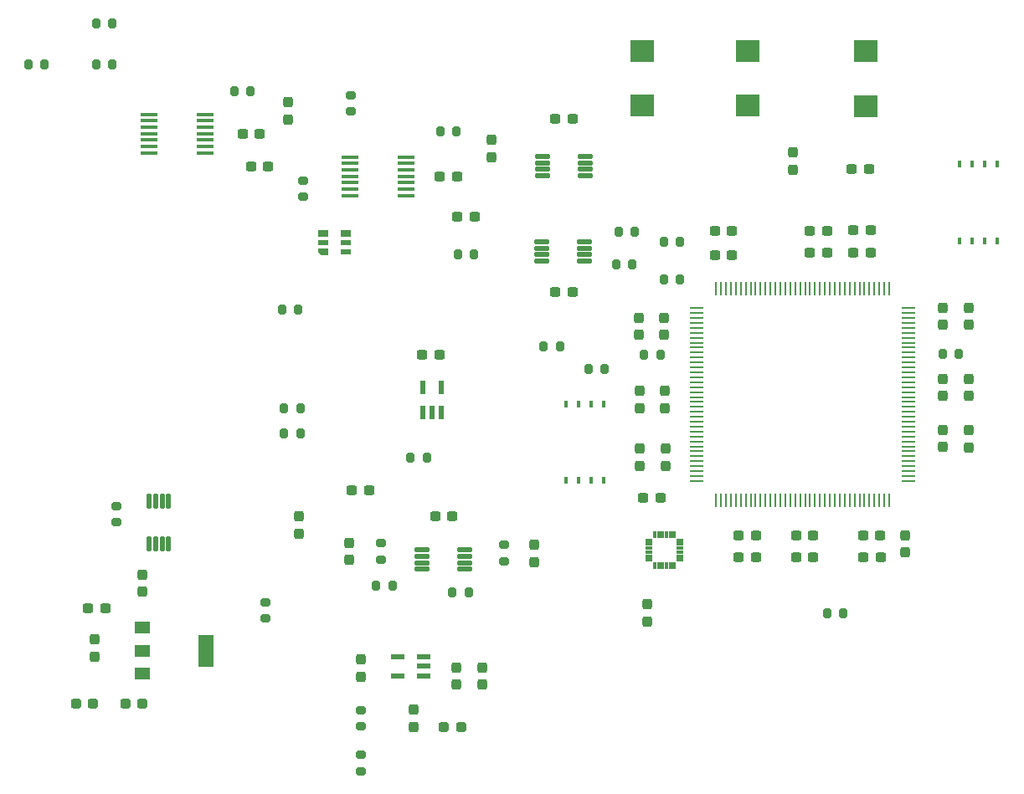
<source format=gbr>
%TF.GenerationSoftware,KiCad,Pcbnew,7.0.7*%
%TF.CreationDate,2024-06-02T12:30:49-04:00*%
%TF.ProjectId,Payload,5061796c-6f61-4642-9e6b-696361645f70,rev?*%
%TF.SameCoordinates,Original*%
%TF.FileFunction,Paste,Top*%
%TF.FilePolarity,Positive*%
%FSLAX46Y46*%
G04 Gerber Fmt 4.6, Leading zero omitted, Abs format (unit mm)*
G04 Created by KiCad (PCBNEW 7.0.7) date 2024-06-02 12:30:49*
%MOMM*%
%LPD*%
G01*
G04 APERTURE LIST*
G04 Aperture macros list*
%AMRoundRect*
0 Rectangle with rounded corners*
0 $1 Rounding radius*
0 $2 $3 $4 $5 $6 $7 $8 $9 X,Y pos of 4 corners*
0 Add a 4 corners polygon primitive as box body*
4,1,4,$2,$3,$4,$5,$6,$7,$8,$9,$2,$3,0*
0 Add four circle primitives for the rounded corners*
1,1,$1+$1,$2,$3*
1,1,$1+$1,$4,$5*
1,1,$1+$1,$6,$7*
1,1,$1+$1,$8,$9*
0 Add four rect primitives between the rounded corners*
20,1,$1+$1,$2,$3,$4,$5,0*
20,1,$1+$1,$4,$5,$6,$7,0*
20,1,$1+$1,$6,$7,$8,$9,0*
20,1,$1+$1,$8,$9,$2,$3,0*%
%AMOutline5P*
0 Free polygon, 5 corners , with rotation*
0 The origin of the aperture is its center*
0 number of corners: always 5*
0 $1 to $10 corner X, Y*
0 $11 Rotation angle, in degrees counterclockwise*
0 create outline with 5 corners*
4,1,5,$1,$2,$3,$4,$5,$6,$7,$8,$9,$10,$1,$2,$11*%
%AMOutline6P*
0 Free polygon, 6 corners , with rotation*
0 The origin of the aperture is its center*
0 number of corners: always 6*
0 $1 to $12 corner X, Y*
0 $13 Rotation angle, in degrees counterclockwise*
0 create outline with 6 corners*
4,1,6,$1,$2,$3,$4,$5,$6,$7,$8,$9,$10,$11,$12,$1,$2,$13*%
%AMOutline7P*
0 Free polygon, 7 corners , with rotation*
0 The origin of the aperture is its center*
0 number of corners: always 7*
0 $1 to $14 corner X, Y*
0 $15 Rotation angle, in degrees counterclockwise*
0 create outline with 7 corners*
4,1,7,$1,$2,$3,$4,$5,$6,$7,$8,$9,$10,$11,$12,$13,$14,$1,$2,$15*%
%AMOutline8P*
0 Free polygon, 8 corners , with rotation*
0 The origin of the aperture is its center*
0 number of corners: always 8*
0 $1 to $16 corner X, Y*
0 $17 Rotation angle, in degrees counterclockwise*
0 create outline with 8 corners*
4,1,8,$1,$2,$3,$4,$5,$6,$7,$8,$9,$10,$11,$12,$13,$14,$15,$16,$1,$2,$17*%
G04 Aperture macros list end*
%ADD10RoundRect,0.237500X-0.300000X-0.237500X0.300000X-0.237500X0.300000X0.237500X-0.300000X0.237500X0*%
%ADD11RoundRect,0.200000X-0.200000X-0.275000X0.200000X-0.275000X0.200000X0.275000X-0.200000X0.275000X0*%
%ADD12RoundRect,0.237500X0.237500X-0.300000X0.237500X0.300000X-0.237500X0.300000X-0.237500X-0.300000X0*%
%ADD13RoundRect,0.237500X0.237500X-0.287500X0.237500X0.287500X-0.237500X0.287500X-0.237500X-0.287500X0*%
%ADD14RoundRect,0.200000X0.275000X-0.200000X0.275000X0.200000X-0.275000X0.200000X-0.275000X-0.200000X0*%
%ADD15RoundRect,0.060000X-0.180000X0.675000X-0.180000X-0.675000X0.180000X-0.675000X0.180000X0.675000X0*%
%ADD16RoundRect,0.200000X0.200000X0.275000X-0.200000X0.275000X-0.200000X-0.275000X0.200000X-0.275000X0*%
%ADD17R,0.431800X0.762000*%
%ADD18RoundRect,0.237500X0.300000X0.237500X-0.300000X0.237500X-0.300000X-0.237500X0.300000X-0.237500X0*%
%ADD19R,2.449195X2.179396*%
%ADD20RoundRect,0.237500X-0.287500X-0.237500X0.287500X-0.237500X0.287500X0.237500X-0.287500X0.237500X0*%
%ADD21RoundRect,0.237500X-0.237500X0.300000X-0.237500X-0.300000X0.237500X-0.300000X0.237500X0.300000X0*%
%ADD22R,1.600000X1.200000*%
%ADD23R,1.600000X3.300000*%
%ADD24R,1.320800X0.508000*%
%ADD25RoundRect,0.237500X0.287500X0.237500X-0.287500X0.237500X-0.287500X-0.237500X0.287500X-0.237500X0*%
%ADD26RoundRect,0.237500X-0.237500X0.287500X-0.237500X-0.287500X0.237500X-0.287500X0.237500X0.287500X0*%
%ADD27RoundRect,0.060000X-0.675000X-0.180000X0.675000X-0.180000X0.675000X0.180000X-0.675000X0.180000X0*%
%ADD28RoundRect,0.200000X-0.275000X0.200000X-0.275000X-0.200000X0.275000X-0.200000X0.275000X0.200000X0*%
%ADD29R,0.508000X1.320800*%
%ADD30RoundRect,0.006600X-0.103400X0.313400X-0.103400X-0.313400X0.103400X-0.313400X0.103400X0.313400X0*%
%ADD31RoundRect,0.006600X-0.313400X-0.103400X0.313400X-0.103400X0.313400X0.103400X-0.313400X0.103400X0*%
%ADD32RoundRect,0.006600X0.103400X-0.313400X0.103400X0.313400X-0.103400X0.313400X-0.103400X-0.313400X0*%
%ADD33RoundRect,0.006600X0.313400X0.103400X-0.313400X0.103400X-0.313400X-0.103400X0.313400X-0.103400X0*%
%ADD34R,1.676400X0.355600*%
%ADD35R,1.030000X0.621000*%
%ADD36R,1.040000X0.515500*%
%ADD37R,1.040000X0.677750*%
%ADD38Outline5P,-0.515000X0.310500X0.266600X0.310500X0.515000X0.062100X0.515000X-0.310500X-0.515000X-0.310500X180.000000*%
%ADD39R,1.045750X0.515500*%
%ADD40R,0.228600X1.473200*%
%ADD41R,1.473200X0.228600*%
G04 APERTURE END LIST*
D10*
%TO.C,C18*%
X139537500Y-94800000D03*
X141262500Y-94800000D03*
%TD*%
D11*
%TO.C,R6*%
X124193800Y-76479400D03*
X125843800Y-76479400D03*
%TD*%
D10*
%TO.C,C2LDO2*%
X101753500Y-76454000D03*
X103478500Y-76454000D03*
%TD*%
D12*
%TO.C,C19*%
X157000000Y-78937500D03*
X157000000Y-80662500D03*
%TD*%
D13*
%TO.C,FB1*%
X100838000Y-114159000D03*
X100838000Y-112409000D03*
%TD*%
D11*
%TO.C,R24*%
X104775500Y-100536000D03*
X106425500Y-100536000D03*
%TD*%
%TO.C,R16*%
X61913000Y-47099000D03*
X63563000Y-47099000D03*
%TD*%
D14*
%TO.C,R30*%
X85852000Y-103187000D03*
X85852000Y-101537000D03*
%TD*%
D15*
%TO.C,U3*%
X76083000Y-95584000D03*
X75433000Y-95584000D03*
X74783000Y-95584000D03*
X74133000Y-95584000D03*
X74133000Y-91284000D03*
X74783000Y-91284000D03*
X75433000Y-91284000D03*
X76083000Y-91284000D03*
%TD*%
D12*
%TO.C,C7*%
X94350500Y-97236000D03*
X94350500Y-95511000D03*
%TD*%
D16*
%TO.C,R14*%
X70421000Y-47091600D03*
X68771000Y-47091600D03*
%TD*%
D17*
%TO.C,U12*%
X116306600Y-89192100D03*
X117576600Y-89192100D03*
X118846600Y-89192100D03*
X120116600Y-89192100D03*
X120116600Y-81445100D03*
X118846600Y-81445100D03*
X117576600Y-81445100D03*
X116306600Y-81445100D03*
%TD*%
D18*
%TO.C,C42*%
X104787500Y-92831500D03*
X103062500Y-92831500D03*
%TD*%
D16*
%TO.C,R2*%
X115683800Y-75641200D03*
X114033800Y-75641200D03*
%TD*%
D19*
%TO.C,C37*%
X146583400Y-45745400D03*
X146583400Y-51318388D03*
%TD*%
D12*
%TO.C,C25*%
X154400000Y-73462500D03*
X154400000Y-71737500D03*
%TD*%
%TO.C,C2LDO1*%
X95504000Y-109066500D03*
X95504000Y-107341500D03*
%TD*%
D11*
%TO.C,R21*%
X103569000Y-53848000D03*
X105219000Y-53848000D03*
%TD*%
D16*
%TO.C,R15*%
X70421000Y-42926000D03*
X68771000Y-42926000D03*
%TD*%
D20*
%TO.C,D4*%
X103925000Y-114200000D03*
X105675000Y-114200000D03*
%TD*%
D14*
%TO.C,R29*%
X97550500Y-97211000D03*
X97550500Y-95561000D03*
%TD*%
D21*
%TO.C,C4*%
X108712000Y-54763500D03*
X108712000Y-56488500D03*
%TD*%
D22*
%TO.C,VR1*%
X73465000Y-104126000D03*
X73465000Y-106426000D03*
X73465000Y-108726000D03*
D23*
X79865000Y-106426000D03*
%TD*%
D24*
%TO.C,U9*%
X101879400Y-108966000D03*
X101879400Y-108015999D03*
X101879400Y-107065998D03*
X99288600Y-107065998D03*
X99288600Y-108966000D03*
%TD*%
D16*
%TO.C,R23*%
X102208500Y-86868000D03*
X100558500Y-86868000D03*
%TD*%
D21*
%TO.C,C20*%
X126238000Y-80163500D03*
X126238000Y-81888500D03*
%TD*%
D18*
%TO.C,C5*%
X107034500Y-62517500D03*
X105309500Y-62517500D03*
%TD*%
D16*
%TO.C,R27*%
X89427000Y-84433500D03*
X87777000Y-84433500D03*
%TD*%
D21*
%TO.C,C1*%
X89254500Y-92863500D03*
X89254500Y-94588500D03*
%TD*%
D25*
%TO.C,D1*%
X73475000Y-111760000D03*
X71725000Y-111760000D03*
%TD*%
D26*
%TO.C,F2*%
X107800000Y-108125000D03*
X107800000Y-109875000D03*
%TD*%
D10*
%TO.C,C29*%
X139535500Y-97000000D03*
X141260500Y-97000000D03*
%TD*%
D13*
%TO.C,L1*%
X139192000Y-57771000D03*
X139192000Y-56021000D03*
%TD*%
D21*
%TO.C,C8*%
X126348000Y-86005500D03*
X126348000Y-87730500D03*
%TD*%
D18*
%TO.C,C30*%
X147062500Y-63868000D03*
X145337500Y-63868000D03*
%TD*%
D10*
%TO.C,C41*%
X115215500Y-52578000D03*
X116940500Y-52578000D03*
%TD*%
D27*
%TO.C,U7*%
X101700500Y-96236000D03*
X101700500Y-96886000D03*
X101700500Y-97536000D03*
X101700500Y-98186000D03*
X106000500Y-98186000D03*
X106000500Y-97536000D03*
X106000500Y-96886000D03*
X106000500Y-96236000D03*
%TD*%
D18*
%TO.C,C13*%
X135462500Y-97000000D03*
X133737500Y-97000000D03*
%TD*%
D16*
%TO.C,R5*%
X127799600Y-65049400D03*
X126149600Y-65049400D03*
%TD*%
D28*
%TO.C,R13*%
X70800000Y-93425000D03*
X70800000Y-91775000D03*
%TD*%
D12*
%TO.C,C21*%
X154400000Y-84081500D03*
X154400000Y-85806500D03*
%TD*%
D21*
%TO.C,C28*%
X123698000Y-80155500D03*
X123698000Y-81880500D03*
%TD*%
D12*
%TO.C,C22*%
X150600000Y-96462500D03*
X150600000Y-94737500D03*
%TD*%
D10*
%TO.C,C14*%
X124105500Y-90932000D03*
X125830500Y-90932000D03*
%TD*%
D21*
%TO.C,C39*%
X73400000Y-98737500D03*
X73400000Y-100462500D03*
%TD*%
D27*
%TO.C,U5*%
X113837500Y-65065000D03*
X113837500Y-65715000D03*
X113837500Y-66365000D03*
X113837500Y-67015000D03*
X118137500Y-67015000D03*
X118137500Y-66365000D03*
X118137500Y-65715000D03*
X118137500Y-65065000D03*
%TD*%
D18*
%TO.C,C17*%
X135482500Y-94800000D03*
X133757500Y-94800000D03*
%TD*%
D11*
%TO.C,R9*%
X154375000Y-76400000D03*
X156025000Y-76400000D03*
%TD*%
%TO.C,R8*%
X142685000Y-102616000D03*
X144335000Y-102616000D03*
%TD*%
D17*
%TO.C,U13*%
X156083000Y-64935100D03*
X157353000Y-64935100D03*
X158623000Y-64935100D03*
X159893000Y-64935100D03*
X159893000Y-57188100D03*
X158623000Y-57188100D03*
X157353000Y-57188100D03*
X156083000Y-57188100D03*
%TD*%
D21*
%TO.C,C38*%
X124460000Y-101753500D03*
X124460000Y-103478500D03*
%TD*%
D28*
%TO.C,R32*%
X95504000Y-116975000D03*
X95504000Y-118625000D03*
%TD*%
D19*
%TO.C,C34*%
X123952000Y-51300494D03*
X123952000Y-45727506D03*
%TD*%
%TO.C,C36*%
X134620000Y-45727506D03*
X134620000Y-51300494D03*
%TD*%
D14*
%TO.C,R20*%
X94488000Y-51879000D03*
X94488000Y-50229000D03*
%TD*%
D18*
%TO.C,C33*%
X133062500Y-66400000D03*
X131337500Y-66400000D03*
%TD*%
D12*
%TO.C,C31*%
X157000000Y-73462500D03*
X157000000Y-71737500D03*
%TD*%
D20*
%TO.C,F1*%
X66725000Y-111800000D03*
X68475000Y-111800000D03*
%TD*%
D16*
%TO.C,R3*%
X122999000Y-67310000D03*
X121349000Y-67310000D03*
%TD*%
D10*
%TO.C,C16*%
X146337500Y-94800000D03*
X148062500Y-94800000D03*
%TD*%
D21*
%TO.C,C2*%
X88138000Y-50953500D03*
X88138000Y-52678500D03*
%TD*%
D10*
%TO.C,C23*%
X146352000Y-97000000D03*
X148077000Y-97000000D03*
%TD*%
D29*
%TO.C,U10*%
X101767599Y-82346800D03*
X102717600Y-82346800D03*
X103667601Y-82346800D03*
X103667601Y-79756000D03*
X101767599Y-79756000D03*
%TD*%
D30*
%TO.C,U11*%
X127238000Y-94721000D03*
X126838000Y-94721000D03*
X126438000Y-94721000D03*
X126038000Y-94721000D03*
X125638000Y-94721000D03*
X125238000Y-94721000D03*
D31*
X124693000Y-95266000D03*
X124693000Y-95666000D03*
X124693000Y-96066000D03*
X124693000Y-96466000D03*
X124693000Y-96866000D03*
X124693000Y-97266000D03*
D32*
X125238000Y-97811000D03*
X125638000Y-97811000D03*
X126038000Y-97811000D03*
X126438000Y-97811000D03*
X126838000Y-97811000D03*
X127238000Y-97811000D03*
D33*
X127783000Y-97266000D03*
X127783000Y-96866000D03*
X127783000Y-96466000D03*
X127783000Y-96066000D03*
X127783000Y-95666000D03*
X127783000Y-95266000D03*
%TD*%
D10*
%TO.C,C1LDO2*%
X94641500Y-90170000D03*
X96366500Y-90170000D03*
%TD*%
D11*
%TO.C,R22*%
X105347000Y-66294000D03*
X106997000Y-66294000D03*
%TD*%
D34*
%TO.C,U2*%
X74142600Y-52151999D03*
X74142600Y-52802000D03*
X74142600Y-53452001D03*
X74142600Y-54102000D03*
X74142600Y-54751999D03*
X74142600Y-55402000D03*
X74142600Y-56051999D03*
X79781400Y-56052001D03*
X79781400Y-55402000D03*
X79781400Y-54752001D03*
X79781400Y-54102000D03*
X79781400Y-53452001D03*
X79781400Y-52802000D03*
X79781400Y-52152001D03*
%TD*%
D11*
%TO.C,R1*%
X126149600Y-68884800D03*
X127799600Y-68884800D03*
%TD*%
D18*
%TO.C,C32*%
X133062500Y-64000000D03*
X131337500Y-64000000D03*
%TD*%
D12*
%TO.C,C10*%
X154400000Y-78937500D03*
X154400000Y-80662500D03*
%TD*%
%TO.C,C1LDO3*%
X68580000Y-107034500D03*
X68580000Y-105309500D03*
%TD*%
D18*
%TO.C,C2LDO3*%
X69696500Y-102108000D03*
X67971500Y-102108000D03*
%TD*%
D14*
%TO.C,R25*%
X109983000Y-97386000D03*
X109983000Y-95736000D03*
%TD*%
D35*
%TO.C,Vibe1*%
X93980000Y-66040000D03*
D36*
X93975000Y-65158250D03*
D37*
X93985000Y-64249375D03*
D38*
X91765000Y-66040500D03*
D39*
X91765000Y-65160500D03*
D37*
X91765000Y-64250500D03*
%TD*%
D21*
%TO.C,C26*%
X126161800Y-72772100D03*
X126161800Y-74497100D03*
%TD*%
D11*
%TO.C,R7*%
X118529600Y-77927200D03*
X120179600Y-77927200D03*
%TD*%
D18*
%TO.C,C40*%
X116940500Y-70104000D03*
X115215500Y-70104000D03*
%TD*%
D10*
%TO.C,C35*%
X145187500Y-57658000D03*
X146912500Y-57658000D03*
%TD*%
D18*
%TO.C,C11*%
X147062500Y-66200000D03*
X145337500Y-66200000D03*
%TD*%
D21*
%TO.C,C12*%
X123621800Y-72772100D03*
X123621800Y-74497100D03*
%TD*%
D11*
%TO.C,R17*%
X82741000Y-49784000D03*
X84391000Y-49784000D03*
%TD*%
D28*
%TO.C,R31*%
X95504000Y-112459000D03*
X95504000Y-114109000D03*
%TD*%
D12*
%TO.C,C27*%
X157000000Y-85862500D03*
X157000000Y-84137500D03*
%TD*%
D18*
%TO.C,C3*%
X86155700Y-57404000D03*
X84430700Y-57404000D03*
%TD*%
D16*
%TO.C,R26*%
X89427000Y-81933500D03*
X87777000Y-81933500D03*
%TD*%
D10*
%TO.C,C44*%
X83567100Y-54102000D03*
X85292100Y-54102000D03*
%TD*%
%TO.C,C43*%
X103531500Y-58420000D03*
X105256500Y-58420000D03*
%TD*%
D16*
%TO.C,R4*%
X123253000Y-64008000D03*
X121603000Y-64008000D03*
%TD*%
%TO.C,R28*%
X98725500Y-99836000D03*
X97075500Y-99836000D03*
%TD*%
D18*
%TO.C,C9*%
X142662500Y-66200000D03*
X140937500Y-66200000D03*
%TD*%
D34*
%TO.C,U6*%
X94462600Y-56469999D03*
X94462600Y-57120000D03*
X94462600Y-57770001D03*
X94462600Y-58420000D03*
X94462600Y-59069999D03*
X94462600Y-59720000D03*
X94462600Y-60369999D03*
X100101400Y-60370001D03*
X100101400Y-59720000D03*
X100101400Y-59070001D03*
X100101400Y-58420000D03*
X100101400Y-57770001D03*
X100101400Y-57120000D03*
X100101400Y-56470001D03*
%TD*%
D12*
%TO.C,C1LDO1*%
X105200000Y-109862500D03*
X105200000Y-108137500D03*
%TD*%
D18*
%TO.C,C24*%
X142662500Y-64000000D03*
X140937500Y-64000000D03*
%TD*%
D12*
%TO.C,C6*%
X113083000Y-97473500D03*
X113083000Y-95748500D03*
%TD*%
D40*
%TO.C,U1*%
X148958000Y-69799200D03*
X148458001Y-69799200D03*
X147958000Y-69799200D03*
X147458001Y-69799200D03*
X146957999Y-69799200D03*
X146458000Y-69799200D03*
X145958001Y-69799200D03*
X145458000Y-69799200D03*
X144958001Y-69799200D03*
X144457999Y-69799200D03*
X143958000Y-69799200D03*
X143458001Y-69799200D03*
X142958000Y-69799200D03*
X142458001Y-69799200D03*
X141957999Y-69799200D03*
X141458000Y-69799200D03*
X140958001Y-69799200D03*
X140458000Y-69799200D03*
X139958000Y-69799200D03*
X139458002Y-69799200D03*
X138958000Y-69799200D03*
X138458001Y-69799200D03*
X137957999Y-69799200D03*
X137458000Y-69799200D03*
X136958001Y-69799200D03*
X136458000Y-69799200D03*
X135958001Y-69799200D03*
X135457999Y-69799200D03*
X134958000Y-69799200D03*
X134458001Y-69799200D03*
X133958000Y-69799200D03*
X133458001Y-69799200D03*
X132957999Y-69799200D03*
X132458000Y-69799200D03*
X131958001Y-69799200D03*
X131458000Y-69799200D03*
D41*
X129489200Y-71768000D03*
X129489200Y-72267999D03*
X129489200Y-72768000D03*
X129489200Y-73267999D03*
X129489200Y-73768001D03*
X129489200Y-74268000D03*
X129489200Y-74767999D03*
X129489200Y-75268000D03*
X129489200Y-75767999D03*
X129489200Y-76268001D03*
X129489200Y-76768000D03*
X129489200Y-77267999D03*
X129489200Y-77768000D03*
X129489200Y-78267999D03*
X129489200Y-78768001D03*
X129489200Y-79268000D03*
X129489200Y-79767999D03*
X129489200Y-80268000D03*
X129489200Y-80768000D03*
X129489200Y-81268001D03*
X129489200Y-81768000D03*
X129489200Y-82267999D03*
X129489200Y-82768001D03*
X129489200Y-83268000D03*
X129489200Y-83768001D03*
X129489200Y-84268000D03*
X129489200Y-84767999D03*
X129489200Y-85268001D03*
X129489200Y-85768000D03*
X129489200Y-86268001D03*
X129489200Y-86768000D03*
X129489200Y-87267999D03*
X129489200Y-87768001D03*
X129489200Y-88268000D03*
X129489200Y-88768001D03*
X129489200Y-89268000D03*
D40*
X131458000Y-91236800D03*
X131957999Y-91236800D03*
X132458000Y-91236800D03*
X132957999Y-91236800D03*
X133458001Y-91236800D03*
X133958000Y-91236800D03*
X134457999Y-91236800D03*
X134958000Y-91236800D03*
X135457999Y-91236800D03*
X135958001Y-91236800D03*
X136458000Y-91236800D03*
X136957999Y-91236800D03*
X137458000Y-91236800D03*
X137957999Y-91236800D03*
X138458001Y-91236800D03*
X138958000Y-91236800D03*
X139457999Y-91236800D03*
X139958000Y-91236800D03*
X140458000Y-91236800D03*
X140958001Y-91236800D03*
X141458000Y-91236800D03*
X141957999Y-91236800D03*
X142458001Y-91236800D03*
X142958000Y-91236800D03*
X143458001Y-91236800D03*
X143958000Y-91236800D03*
X144457999Y-91236800D03*
X144958001Y-91236800D03*
X145458000Y-91236800D03*
X145958001Y-91236800D03*
X146458000Y-91236800D03*
X146957999Y-91236800D03*
X147458001Y-91236800D03*
X147958000Y-91236800D03*
X148458001Y-91236800D03*
X148958000Y-91236800D03*
D41*
X150926800Y-89268000D03*
X150926800Y-88768001D03*
X150926800Y-88268000D03*
X150926800Y-87768001D03*
X150926800Y-87267999D03*
X150926800Y-86768000D03*
X150926800Y-86268001D03*
X150926800Y-85768000D03*
X150926800Y-85268001D03*
X150926800Y-84767999D03*
X150926800Y-84268000D03*
X150926800Y-83768001D03*
X150926800Y-83268000D03*
X150926800Y-82768001D03*
X150926800Y-82267999D03*
X150926800Y-81768000D03*
X150926800Y-81268001D03*
X150926800Y-80768000D03*
X150926800Y-80268000D03*
X150926800Y-79767999D03*
X150926800Y-79268000D03*
X150926800Y-78768001D03*
X150926800Y-78267999D03*
X150926800Y-77768000D03*
X150926800Y-77267999D03*
X150926800Y-76768000D03*
X150926800Y-76268001D03*
X150926800Y-75767999D03*
X150926800Y-75268000D03*
X150926800Y-74767999D03*
X150926800Y-74268000D03*
X150926800Y-73768001D03*
X150926800Y-73267999D03*
X150926800Y-72768000D03*
X150926800Y-72267999D03*
X150926800Y-71768000D03*
%TD*%
D27*
%TO.C,U4*%
X113928000Y-56429000D03*
X113928000Y-57079000D03*
X113928000Y-57729000D03*
X113928000Y-58379000D03*
X118228000Y-58379000D03*
X118228000Y-57729000D03*
X118228000Y-57079000D03*
X118228000Y-56429000D03*
%TD*%
D14*
%TO.C,R18*%
X89662000Y-60515000D03*
X89662000Y-58865000D03*
%TD*%
D16*
%TO.C,R19*%
X89217000Y-71882000D03*
X87567000Y-71882000D03*
%TD*%
D21*
%TO.C,C15*%
X123698000Y-86005500D03*
X123698000Y-87730500D03*
%TD*%
M02*

</source>
